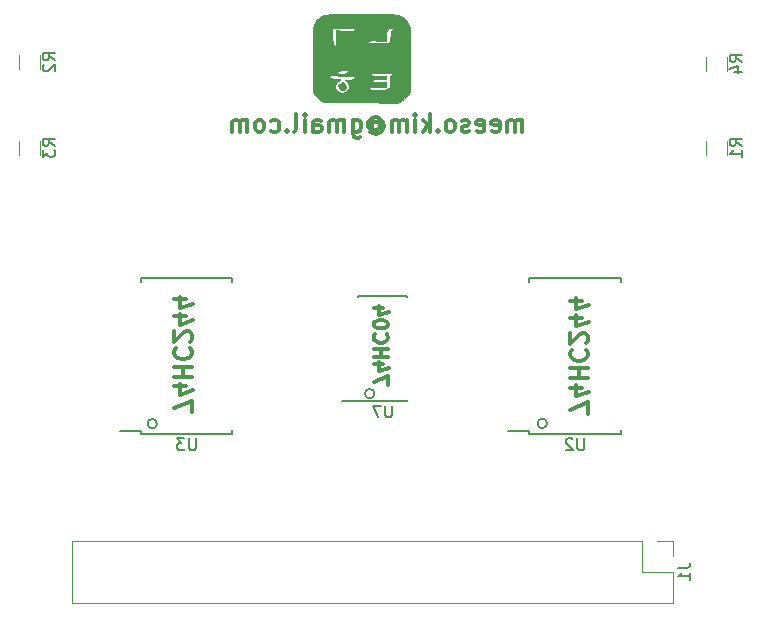
<source format=gbr>
G04 #@! TF.FileFunction,Legend,Bot*
%FSLAX46Y46*%
G04 Gerber Fmt 4.6, Leading zero omitted, Abs format (unit mm)*
G04 Created by KiCad (PCBNEW 4.0.7) date 11/27/18 00:48:43*
%MOMM*%
%LPD*%
G01*
G04 APERTURE LIST*
%ADD10C,0.100000*%
%ADD11C,0.200000*%
%ADD12C,0.300000*%
%ADD13C,0.120000*%
%ADD14C,0.150000*%
%ADD15C,0.010000*%
G04 APERTURE END LIST*
D10*
D11*
X107081609Y-101600000D02*
G75*
G03X107081609Y-101600000I-401609J0D01*
G01*
X125496609Y-99060000D02*
G75*
G03X125496609Y-99060000I-401609J0D01*
G01*
X140101609Y-101579391D02*
G75*
G03X140101609Y-101579391I-401609J0D01*
G01*
D12*
X126641143Y-98338856D02*
X126641143Y-97538856D01*
X125441143Y-98053142D01*
X126241143Y-96567428D02*
X125441143Y-96567428D01*
X126698286Y-96853142D02*
X125841143Y-97138857D01*
X125841143Y-96395999D01*
X125441143Y-95938857D02*
X126641143Y-95938857D01*
X126069714Y-95938857D02*
X126069714Y-95253142D01*
X125441143Y-95253142D02*
X126641143Y-95253142D01*
X125555429Y-93995999D02*
X125498286Y-94053142D01*
X125441143Y-94224571D01*
X125441143Y-94338857D01*
X125498286Y-94510285D01*
X125612571Y-94624571D01*
X125726857Y-94681714D01*
X125955429Y-94738857D01*
X126126857Y-94738857D01*
X126355429Y-94681714D01*
X126469714Y-94624571D01*
X126584000Y-94510285D01*
X126641143Y-94338857D01*
X126641143Y-94224571D01*
X126584000Y-94053142D01*
X126526857Y-93995999D01*
X126641143Y-93253142D02*
X126641143Y-93138857D01*
X126584000Y-93024571D01*
X126526857Y-92967428D01*
X126412571Y-92910285D01*
X126184000Y-92853142D01*
X125898286Y-92853142D01*
X125669714Y-92910285D01*
X125555429Y-92967428D01*
X125498286Y-93024571D01*
X125441143Y-93138857D01*
X125441143Y-93253142D01*
X125498286Y-93367428D01*
X125555429Y-93424571D01*
X125669714Y-93481714D01*
X125898286Y-93538857D01*
X126184000Y-93538857D01*
X126412571Y-93481714D01*
X126526857Y-93424571D01*
X126584000Y-93367428D01*
X126641143Y-93253142D01*
X126241143Y-91824571D02*
X125441143Y-91824571D01*
X126698286Y-92110285D02*
X125841143Y-92396000D01*
X125841143Y-91653142D01*
X138015714Y-76878571D02*
X138015714Y-75878571D01*
X138015714Y-76021429D02*
X137944286Y-75950000D01*
X137801428Y-75878571D01*
X137587143Y-75878571D01*
X137444286Y-75950000D01*
X137372857Y-76092857D01*
X137372857Y-76878571D01*
X137372857Y-76092857D02*
X137301428Y-75950000D01*
X137158571Y-75878571D01*
X136944286Y-75878571D01*
X136801428Y-75950000D01*
X136730000Y-76092857D01*
X136730000Y-76878571D01*
X135444286Y-76807143D02*
X135587143Y-76878571D01*
X135872857Y-76878571D01*
X136015714Y-76807143D01*
X136087143Y-76664286D01*
X136087143Y-76092857D01*
X136015714Y-75950000D01*
X135872857Y-75878571D01*
X135587143Y-75878571D01*
X135444286Y-75950000D01*
X135372857Y-76092857D01*
X135372857Y-76235714D01*
X136087143Y-76378571D01*
X134158572Y-76807143D02*
X134301429Y-76878571D01*
X134587143Y-76878571D01*
X134730000Y-76807143D01*
X134801429Y-76664286D01*
X134801429Y-76092857D01*
X134730000Y-75950000D01*
X134587143Y-75878571D01*
X134301429Y-75878571D01*
X134158572Y-75950000D01*
X134087143Y-76092857D01*
X134087143Y-76235714D01*
X134801429Y-76378571D01*
X133515715Y-76807143D02*
X133372858Y-76878571D01*
X133087143Y-76878571D01*
X132944286Y-76807143D01*
X132872858Y-76664286D01*
X132872858Y-76592857D01*
X132944286Y-76450000D01*
X133087143Y-76378571D01*
X133301429Y-76378571D01*
X133444286Y-76307143D01*
X133515715Y-76164286D01*
X133515715Y-76092857D01*
X133444286Y-75950000D01*
X133301429Y-75878571D01*
X133087143Y-75878571D01*
X132944286Y-75950000D01*
X132015714Y-76878571D02*
X132158572Y-76807143D01*
X132230000Y-76735714D01*
X132301429Y-76592857D01*
X132301429Y-76164286D01*
X132230000Y-76021429D01*
X132158572Y-75950000D01*
X132015714Y-75878571D01*
X131801429Y-75878571D01*
X131658572Y-75950000D01*
X131587143Y-76021429D01*
X131515714Y-76164286D01*
X131515714Y-76592857D01*
X131587143Y-76735714D01*
X131658572Y-76807143D01*
X131801429Y-76878571D01*
X132015714Y-76878571D01*
X130872857Y-76735714D02*
X130801429Y-76807143D01*
X130872857Y-76878571D01*
X130944286Y-76807143D01*
X130872857Y-76735714D01*
X130872857Y-76878571D01*
X130158571Y-76878571D02*
X130158571Y-75378571D01*
X130015714Y-76307143D02*
X129587143Y-76878571D01*
X129587143Y-75878571D02*
X130158571Y-76450000D01*
X128944285Y-76878571D02*
X128944285Y-75878571D01*
X128944285Y-75378571D02*
X129015714Y-75450000D01*
X128944285Y-75521429D01*
X128872857Y-75450000D01*
X128944285Y-75378571D01*
X128944285Y-75521429D01*
X128229999Y-76878571D02*
X128229999Y-75878571D01*
X128229999Y-76021429D02*
X128158571Y-75950000D01*
X128015713Y-75878571D01*
X127801428Y-75878571D01*
X127658571Y-75950000D01*
X127587142Y-76092857D01*
X127587142Y-76878571D01*
X127587142Y-76092857D02*
X127515713Y-75950000D01*
X127372856Y-75878571D01*
X127158571Y-75878571D01*
X127015713Y-75950000D01*
X126944285Y-76092857D01*
X126944285Y-76878571D01*
X125301428Y-76164286D02*
X125372856Y-76092857D01*
X125515713Y-76021429D01*
X125658571Y-76021429D01*
X125801428Y-76092857D01*
X125872856Y-76164286D01*
X125944285Y-76307143D01*
X125944285Y-76450000D01*
X125872856Y-76592857D01*
X125801428Y-76664286D01*
X125658571Y-76735714D01*
X125515713Y-76735714D01*
X125372856Y-76664286D01*
X125301428Y-76592857D01*
X125301428Y-76021429D02*
X125301428Y-76592857D01*
X125229999Y-76664286D01*
X125158571Y-76664286D01*
X125015713Y-76592857D01*
X124944285Y-76450000D01*
X124944285Y-76092857D01*
X125087142Y-75878571D01*
X125301428Y-75735714D01*
X125587142Y-75664286D01*
X125872856Y-75735714D01*
X126087142Y-75878571D01*
X126229999Y-76092857D01*
X126301428Y-76378571D01*
X126229999Y-76664286D01*
X126087142Y-76878571D01*
X125872856Y-77021429D01*
X125587142Y-77092857D01*
X125301428Y-77021429D01*
X125087142Y-76878571D01*
X123658571Y-75878571D02*
X123658571Y-77092857D01*
X123730000Y-77235714D01*
X123801428Y-77307143D01*
X123944285Y-77378571D01*
X124158571Y-77378571D01*
X124301428Y-77307143D01*
X123658571Y-76807143D02*
X123801428Y-76878571D01*
X124087142Y-76878571D01*
X124230000Y-76807143D01*
X124301428Y-76735714D01*
X124372857Y-76592857D01*
X124372857Y-76164286D01*
X124301428Y-76021429D01*
X124230000Y-75950000D01*
X124087142Y-75878571D01*
X123801428Y-75878571D01*
X123658571Y-75950000D01*
X122944285Y-76878571D02*
X122944285Y-75878571D01*
X122944285Y-76021429D02*
X122872857Y-75950000D01*
X122729999Y-75878571D01*
X122515714Y-75878571D01*
X122372857Y-75950000D01*
X122301428Y-76092857D01*
X122301428Y-76878571D01*
X122301428Y-76092857D02*
X122229999Y-75950000D01*
X122087142Y-75878571D01*
X121872857Y-75878571D01*
X121729999Y-75950000D01*
X121658571Y-76092857D01*
X121658571Y-76878571D01*
X120301428Y-76878571D02*
X120301428Y-76092857D01*
X120372857Y-75950000D01*
X120515714Y-75878571D01*
X120801428Y-75878571D01*
X120944285Y-75950000D01*
X120301428Y-76807143D02*
X120444285Y-76878571D01*
X120801428Y-76878571D01*
X120944285Y-76807143D01*
X121015714Y-76664286D01*
X121015714Y-76521429D01*
X120944285Y-76378571D01*
X120801428Y-76307143D01*
X120444285Y-76307143D01*
X120301428Y-76235714D01*
X119587142Y-76878571D02*
X119587142Y-75878571D01*
X119587142Y-75378571D02*
X119658571Y-75450000D01*
X119587142Y-75521429D01*
X119515714Y-75450000D01*
X119587142Y-75378571D01*
X119587142Y-75521429D01*
X118658570Y-76878571D02*
X118801428Y-76807143D01*
X118872856Y-76664286D01*
X118872856Y-75378571D01*
X118087142Y-76735714D02*
X118015714Y-76807143D01*
X118087142Y-76878571D01*
X118158571Y-76807143D01*
X118087142Y-76735714D01*
X118087142Y-76878571D01*
X116729999Y-76807143D02*
X116872856Y-76878571D01*
X117158570Y-76878571D01*
X117301428Y-76807143D01*
X117372856Y-76735714D01*
X117444285Y-76592857D01*
X117444285Y-76164286D01*
X117372856Y-76021429D01*
X117301428Y-75950000D01*
X117158570Y-75878571D01*
X116872856Y-75878571D01*
X116729999Y-75950000D01*
X115872856Y-76878571D02*
X116015714Y-76807143D01*
X116087142Y-76735714D01*
X116158571Y-76592857D01*
X116158571Y-76164286D01*
X116087142Y-76021429D01*
X116015714Y-75950000D01*
X115872856Y-75878571D01*
X115658571Y-75878571D01*
X115515714Y-75950000D01*
X115444285Y-76021429D01*
X115372856Y-76164286D01*
X115372856Y-76592857D01*
X115444285Y-76735714D01*
X115515714Y-76807143D01*
X115658571Y-76878571D01*
X115872856Y-76878571D01*
X114729999Y-76878571D02*
X114729999Y-75878571D01*
X114729999Y-76021429D02*
X114658571Y-75950000D01*
X114515713Y-75878571D01*
X114301428Y-75878571D01*
X114158571Y-75950000D01*
X114087142Y-76092857D01*
X114087142Y-76878571D01*
X114087142Y-76092857D02*
X114015713Y-75950000D01*
X113872856Y-75878571D01*
X113658571Y-75878571D01*
X113515713Y-75950000D01*
X113444285Y-76092857D01*
X113444285Y-76878571D01*
X110041429Y-100650856D02*
X110041429Y-99650856D01*
X108541429Y-100293713D01*
X109541429Y-98436571D02*
X108541429Y-98436571D01*
X110112857Y-98793714D02*
X109041429Y-99150857D01*
X109041429Y-98222285D01*
X108541429Y-97650857D02*
X110041429Y-97650857D01*
X109327143Y-97650857D02*
X109327143Y-96793714D01*
X108541429Y-96793714D02*
X110041429Y-96793714D01*
X108684286Y-95222285D02*
X108612857Y-95293714D01*
X108541429Y-95508000D01*
X108541429Y-95650857D01*
X108612857Y-95865142D01*
X108755714Y-96008000D01*
X108898571Y-96079428D01*
X109184286Y-96150857D01*
X109398571Y-96150857D01*
X109684286Y-96079428D01*
X109827143Y-96008000D01*
X109970000Y-95865142D01*
X110041429Y-95650857D01*
X110041429Y-95508000D01*
X109970000Y-95293714D01*
X109898571Y-95222285D01*
X109898571Y-94650857D02*
X109970000Y-94579428D01*
X110041429Y-94436571D01*
X110041429Y-94079428D01*
X109970000Y-93936571D01*
X109898571Y-93865142D01*
X109755714Y-93793714D01*
X109612857Y-93793714D01*
X109398571Y-93865142D01*
X108541429Y-94722285D01*
X108541429Y-93793714D01*
X109541429Y-92508000D02*
X108541429Y-92508000D01*
X110112857Y-92865143D02*
X109041429Y-93222286D01*
X109041429Y-92293714D01*
X109541429Y-91079429D02*
X108541429Y-91079429D01*
X110112857Y-91436572D02*
X109041429Y-91793715D01*
X109041429Y-90865143D01*
X143569429Y-100777856D02*
X143569429Y-99777856D01*
X142069429Y-100420713D01*
X143069429Y-98563571D02*
X142069429Y-98563571D01*
X143640857Y-98920714D02*
X142569429Y-99277857D01*
X142569429Y-98349285D01*
X142069429Y-97777857D02*
X143569429Y-97777857D01*
X142855143Y-97777857D02*
X142855143Y-96920714D01*
X142069429Y-96920714D02*
X143569429Y-96920714D01*
X142212286Y-95349285D02*
X142140857Y-95420714D01*
X142069429Y-95635000D01*
X142069429Y-95777857D01*
X142140857Y-95992142D01*
X142283714Y-96135000D01*
X142426571Y-96206428D01*
X142712286Y-96277857D01*
X142926571Y-96277857D01*
X143212286Y-96206428D01*
X143355143Y-96135000D01*
X143498000Y-95992142D01*
X143569429Y-95777857D01*
X143569429Y-95635000D01*
X143498000Y-95420714D01*
X143426571Y-95349285D01*
X143426571Y-94777857D02*
X143498000Y-94706428D01*
X143569429Y-94563571D01*
X143569429Y-94206428D01*
X143498000Y-94063571D01*
X143426571Y-93992142D01*
X143283714Y-93920714D01*
X143140857Y-93920714D01*
X142926571Y-93992142D01*
X142069429Y-94849285D01*
X142069429Y-93920714D01*
X143069429Y-92635000D02*
X142069429Y-92635000D01*
X143640857Y-92992143D02*
X142569429Y-93349286D01*
X142569429Y-92420714D01*
X143069429Y-91206429D02*
X142069429Y-91206429D01*
X143640857Y-91563572D02*
X142569429Y-91920715D01*
X142569429Y-90992143D01*
D13*
X148184000Y-111548000D02*
X99864000Y-111548000D01*
X99864000Y-111548000D02*
X99864000Y-116748000D01*
X99864000Y-116748000D02*
X150784000Y-116748000D01*
X150784000Y-116748000D02*
X150784000Y-114148000D01*
X150784000Y-114148000D02*
X148184000Y-114148000D01*
X148184000Y-114148000D02*
X148184000Y-111548000D01*
X149454000Y-111548000D02*
X150784000Y-111548000D01*
X150784000Y-111548000D02*
X150784000Y-112818000D01*
D14*
X124130000Y-99700000D02*
X124130000Y-99675000D01*
X128280000Y-99700000D02*
X128280000Y-99585000D01*
X128280000Y-90800000D02*
X128280000Y-90915000D01*
X124130000Y-90800000D02*
X124130000Y-90915000D01*
X124130000Y-99700000D02*
X128280000Y-99700000D01*
X124130000Y-90800000D02*
X128280000Y-90800000D01*
X124130000Y-99675000D02*
X122755000Y-99675000D01*
D13*
X153552000Y-77632000D02*
X153552000Y-78832000D01*
X155312000Y-78832000D02*
X155312000Y-77632000D01*
X95386000Y-70393000D02*
X95386000Y-71593000D01*
X97146000Y-71593000D02*
X97146000Y-70393000D01*
X95386000Y-77632000D02*
X95386000Y-78832000D01*
X97146000Y-78832000D02*
X97146000Y-77632000D01*
X153552000Y-70520000D02*
X153552000Y-71720000D01*
X155312000Y-71720000D02*
X155312000Y-70520000D01*
D14*
X138620000Y-102460000D02*
X138620000Y-102210000D01*
X146370000Y-102460000D02*
X146370000Y-102125000D01*
X146370000Y-89310000D02*
X146370000Y-89645000D01*
X138620000Y-89310000D02*
X138620000Y-89645000D01*
X138620000Y-102460000D02*
X146370000Y-102460000D01*
X138620000Y-89310000D02*
X146370000Y-89310000D01*
X138620000Y-102210000D02*
X136820000Y-102210000D01*
X105725000Y-102460000D02*
X105725000Y-102210000D01*
X113475000Y-102460000D02*
X113475000Y-102125000D01*
X113475000Y-89310000D02*
X113475000Y-89645000D01*
X105725000Y-89310000D02*
X105725000Y-89645000D01*
X105725000Y-102460000D02*
X113475000Y-102460000D01*
X105725000Y-89310000D02*
X113475000Y-89310000D01*
X105725000Y-102210000D02*
X103925000Y-102210000D01*
D15*
G36*
X123666190Y-66931863D02*
X123051422Y-66932992D01*
X122540740Y-66936537D01*
X122122687Y-66943860D01*
X121785807Y-66956322D01*
X121518643Y-66975284D01*
X121309737Y-67002106D01*
X121147634Y-67038150D01*
X121020876Y-67084777D01*
X120918006Y-67143349D01*
X120827568Y-67215225D01*
X120738106Y-67301769D01*
X120666939Y-67374876D01*
X120573444Y-67473284D01*
X120495674Y-67567278D01*
X120432268Y-67668992D01*
X120381866Y-67790563D01*
X120343107Y-67944125D01*
X120314630Y-68141815D01*
X120295074Y-68395767D01*
X120283079Y-68718117D01*
X120277284Y-69121001D01*
X120276328Y-69616553D01*
X120278850Y-70216910D01*
X120282604Y-70802500D01*
X120300750Y-73501250D01*
X120480453Y-73766047D01*
X120651358Y-73971350D01*
X120860301Y-74162951D01*
X120924953Y-74210547D01*
X121189750Y-74390250D01*
X124306599Y-74407836D01*
X127423447Y-74425422D01*
X127766368Y-74246278D01*
X128046847Y-74062580D01*
X128254775Y-73828201D01*
X128300770Y-73757521D01*
X128492250Y-73447909D01*
X128503225Y-71960551D01*
X127056711Y-71960551D01*
X127029951Y-72012969D01*
X126936500Y-72072500D01*
X126871777Y-72122829D01*
X126833419Y-72207690D01*
X126814868Y-72356490D01*
X126809560Y-72598632D01*
X126809500Y-72641698D01*
X126805694Y-72909946D01*
X126781698Y-73099177D01*
X126718649Y-73223176D01*
X126597685Y-73295726D01*
X126399940Y-73330613D01*
X126106551Y-73341620D01*
X125850472Y-73342500D01*
X125518667Y-73339828D01*
X125293248Y-73330131D01*
X125153680Y-73310884D01*
X125079431Y-73279563D01*
X125053413Y-73244511D01*
X125040860Y-73138265D01*
X125055069Y-73107264D01*
X125130849Y-73092576D01*
X125306003Y-73082960D01*
X125552971Y-73079373D01*
X125793164Y-73081667D01*
X126492000Y-73095328D01*
X126492000Y-72712265D01*
X125905351Y-72694007D01*
X125624099Y-72681993D01*
X125446049Y-72663787D01*
X125347411Y-72634325D01*
X125304391Y-72588543D01*
X125297445Y-72564625D01*
X125299689Y-72512998D01*
X125345096Y-72480277D01*
X125455829Y-72462263D01*
X125654050Y-72454758D01*
X125884094Y-72453500D01*
X126164848Y-72452419D01*
X126342300Y-72445050D01*
X126440147Y-72425205D01*
X126482088Y-72386696D01*
X126491819Y-72323334D01*
X126492000Y-72294750D01*
X126491611Y-72287489D01*
X123867588Y-72287489D01*
X123770390Y-72395570D01*
X123651239Y-72462351D01*
X123488659Y-72486818D01*
X123268161Y-72478187D01*
X123070697Y-72465449D01*
X122982027Y-72471339D01*
X122984822Y-72499598D01*
X123025678Y-72530525D01*
X123253651Y-72731988D01*
X123372964Y-72947403D01*
X123379617Y-73160609D01*
X123269610Y-73355444D01*
X123237625Y-73386848D01*
X123010140Y-73544406D01*
X122779358Y-73589003D01*
X122511028Y-73526083D01*
X122468650Y-73509060D01*
X122263277Y-73367992D01*
X122157589Y-73177261D01*
X122151327Y-72965567D01*
X122244230Y-72761606D01*
X122436041Y-72594077D01*
X122477111Y-72571960D01*
X122596781Y-72496028D01*
X122603287Y-72441908D01*
X122492916Y-72407768D01*
X122261959Y-72391772D01*
X122109055Y-72390000D01*
X121847350Y-72372623D01*
X121707079Y-72320643D01*
X121688587Y-72234286D01*
X121747186Y-72154600D01*
X121805183Y-72112876D01*
X121891756Y-72091627D01*
X122032205Y-72090303D01*
X122251833Y-72108359D01*
X122515037Y-72137985D01*
X122833518Y-72168436D01*
X123142402Y-72185429D01*
X123396943Y-72187066D01*
X123504069Y-72179993D01*
X123732436Y-72171547D01*
X123855628Y-72209014D01*
X123867588Y-72287489D01*
X126491611Y-72287489D01*
X126488136Y-72222707D01*
X126461085Y-72176619D01*
X126387659Y-72150686D01*
X126244673Y-72139114D01*
X126008940Y-72136105D01*
X125857000Y-72136000D01*
X125567988Y-72134256D01*
X125382974Y-72125962D01*
X125278971Y-72106520D01*
X125232993Y-72071332D01*
X125222052Y-72015801D01*
X125222000Y-72009000D01*
X125228413Y-71959483D01*
X125260439Y-71924838D01*
X125337261Y-71902418D01*
X125478064Y-71889576D01*
X125702030Y-71883667D01*
X126028344Y-71882046D01*
X126142750Y-71882000D01*
X126540855Y-71885921D01*
X126820396Y-71899003D01*
X126989604Y-71923221D01*
X127056711Y-71960551D01*
X128503225Y-71960551D01*
X128504979Y-71722741D01*
X123254537Y-71722741D01*
X123203641Y-71827358D01*
X123112371Y-71910149D01*
X122938268Y-71980355D01*
X122718100Y-72006373D01*
X122515186Y-71984392D01*
X122434622Y-71950936D01*
X122361211Y-71862094D01*
X122395376Y-71776797D01*
X122518574Y-71713521D01*
X122695883Y-71690632D01*
X122903593Y-71681117D01*
X123079439Y-71658586D01*
X123110625Y-71651476D01*
X123223463Y-71653841D01*
X123254537Y-71722741D01*
X128504979Y-71722741D01*
X128511733Y-70807579D01*
X128515782Y-70039761D01*
X128515626Y-69395351D01*
X128511204Y-68870822D01*
X128502453Y-68462650D01*
X128489309Y-68167309D01*
X128486964Y-68142517D01*
X127122275Y-68142517D01*
X127072452Y-68217774D01*
X127007260Y-68258615D01*
X126938993Y-68321757D01*
X126896175Y-68441058D01*
X126870360Y-68645883D01*
X126862749Y-68761060D01*
X126845837Y-69002505D01*
X126814042Y-69174569D01*
X126748300Y-69289003D01*
X126629550Y-69357561D01*
X126438729Y-69391995D01*
X126156775Y-69404057D01*
X125817475Y-69405500D01*
X125474461Y-69404359D01*
X125238546Y-69399033D01*
X125089839Y-69386667D01*
X125008446Y-69364403D01*
X124974474Y-69329387D01*
X124968000Y-69283545D01*
X125022892Y-69179655D01*
X125162458Y-69119383D01*
X125349036Y-69112246D01*
X125500853Y-69148877D01*
X125657350Y-69184196D01*
X125885357Y-69208187D01*
X126083384Y-69215000D01*
X126492000Y-69215000D01*
X126492000Y-68766325D01*
X126501882Y-68457170D01*
X126539026Y-68253621D01*
X126614682Y-68135297D01*
X126616914Y-68134345D01*
X123888500Y-68134345D01*
X123868482Y-68172776D01*
X123776952Y-68258961D01*
X123766943Y-68267363D01*
X123688741Y-68323476D01*
X123599181Y-68357560D01*
X123470635Y-68372376D01*
X123275475Y-68370686D01*
X122986072Y-68355252D01*
X122925568Y-68351463D01*
X122237500Y-68307924D01*
X122237500Y-68951962D01*
X122234525Y-69249696D01*
X122223490Y-69441555D01*
X122201234Y-69548566D01*
X122164596Y-69591759D01*
X122140679Y-69596000D01*
X122049055Y-69542827D01*
X121981929Y-69433116D01*
X121954162Y-69297551D01*
X121932835Y-69074399D01*
X121921208Y-68803031D01*
X121920000Y-68684911D01*
X121920000Y-68099590D01*
X122888375Y-68114278D01*
X123225892Y-68119702D01*
X123516448Y-68124950D01*
X123737315Y-68129565D01*
X123865764Y-68133091D01*
X123888500Y-68134345D01*
X126616914Y-68134345D01*
X126740098Y-68081817D01*
X126875235Y-68072000D01*
X127054509Y-68091061D01*
X127122275Y-68142517D01*
X128486964Y-68142517D01*
X128471709Y-67981273D01*
X128460376Y-67925177D01*
X128335126Y-67664108D01*
X128128040Y-67399938D01*
X127876324Y-67173813D01*
X127666750Y-67047469D01*
X127600043Y-67020567D01*
X127520850Y-66998166D01*
X127417640Y-66979858D01*
X127278884Y-66965235D01*
X127093049Y-66953889D01*
X126848607Y-66945412D01*
X126534026Y-66939396D01*
X126137775Y-66935434D01*
X125648324Y-66933118D01*
X125054143Y-66932039D01*
X124396500Y-66931789D01*
X123666190Y-66931863D01*
X123666190Y-66931863D01*
G37*
X123666190Y-66931863D02*
X123051422Y-66932992D01*
X122540740Y-66936537D01*
X122122687Y-66943860D01*
X121785807Y-66956322D01*
X121518643Y-66975284D01*
X121309737Y-67002106D01*
X121147634Y-67038150D01*
X121020876Y-67084777D01*
X120918006Y-67143349D01*
X120827568Y-67215225D01*
X120738106Y-67301769D01*
X120666939Y-67374876D01*
X120573444Y-67473284D01*
X120495674Y-67567278D01*
X120432268Y-67668992D01*
X120381866Y-67790563D01*
X120343107Y-67944125D01*
X120314630Y-68141815D01*
X120295074Y-68395767D01*
X120283079Y-68718117D01*
X120277284Y-69121001D01*
X120276328Y-69616553D01*
X120278850Y-70216910D01*
X120282604Y-70802500D01*
X120300750Y-73501250D01*
X120480453Y-73766047D01*
X120651358Y-73971350D01*
X120860301Y-74162951D01*
X120924953Y-74210547D01*
X121189750Y-74390250D01*
X124306599Y-74407836D01*
X127423447Y-74425422D01*
X127766368Y-74246278D01*
X128046847Y-74062580D01*
X128254775Y-73828201D01*
X128300770Y-73757521D01*
X128492250Y-73447909D01*
X128503225Y-71960551D01*
X127056711Y-71960551D01*
X127029951Y-72012969D01*
X126936500Y-72072500D01*
X126871777Y-72122829D01*
X126833419Y-72207690D01*
X126814868Y-72356490D01*
X126809560Y-72598632D01*
X126809500Y-72641698D01*
X126805694Y-72909946D01*
X126781698Y-73099177D01*
X126718649Y-73223176D01*
X126597685Y-73295726D01*
X126399940Y-73330613D01*
X126106551Y-73341620D01*
X125850472Y-73342500D01*
X125518667Y-73339828D01*
X125293248Y-73330131D01*
X125153680Y-73310884D01*
X125079431Y-73279563D01*
X125053413Y-73244511D01*
X125040860Y-73138265D01*
X125055069Y-73107264D01*
X125130849Y-73092576D01*
X125306003Y-73082960D01*
X125552971Y-73079373D01*
X125793164Y-73081667D01*
X126492000Y-73095328D01*
X126492000Y-72712265D01*
X125905351Y-72694007D01*
X125624099Y-72681993D01*
X125446049Y-72663787D01*
X125347411Y-72634325D01*
X125304391Y-72588543D01*
X125297445Y-72564625D01*
X125299689Y-72512998D01*
X125345096Y-72480277D01*
X125455829Y-72462263D01*
X125654050Y-72454758D01*
X125884094Y-72453500D01*
X126164848Y-72452419D01*
X126342300Y-72445050D01*
X126440147Y-72425205D01*
X126482088Y-72386696D01*
X126491819Y-72323334D01*
X126492000Y-72294750D01*
X126491611Y-72287489D01*
X123867588Y-72287489D01*
X123770390Y-72395570D01*
X123651239Y-72462351D01*
X123488659Y-72486818D01*
X123268161Y-72478187D01*
X123070697Y-72465449D01*
X122982027Y-72471339D01*
X122984822Y-72499598D01*
X123025678Y-72530525D01*
X123253651Y-72731988D01*
X123372964Y-72947403D01*
X123379617Y-73160609D01*
X123269610Y-73355444D01*
X123237625Y-73386848D01*
X123010140Y-73544406D01*
X122779358Y-73589003D01*
X122511028Y-73526083D01*
X122468650Y-73509060D01*
X122263277Y-73367992D01*
X122157589Y-73177261D01*
X122151327Y-72965567D01*
X122244230Y-72761606D01*
X122436041Y-72594077D01*
X122477111Y-72571960D01*
X122596781Y-72496028D01*
X122603287Y-72441908D01*
X122492916Y-72407768D01*
X122261959Y-72391772D01*
X122109055Y-72390000D01*
X121847350Y-72372623D01*
X121707079Y-72320643D01*
X121688587Y-72234286D01*
X121747186Y-72154600D01*
X121805183Y-72112876D01*
X121891756Y-72091627D01*
X122032205Y-72090303D01*
X122251833Y-72108359D01*
X122515037Y-72137985D01*
X122833518Y-72168436D01*
X123142402Y-72185429D01*
X123396943Y-72187066D01*
X123504069Y-72179993D01*
X123732436Y-72171547D01*
X123855628Y-72209014D01*
X123867588Y-72287489D01*
X126491611Y-72287489D01*
X126488136Y-72222707D01*
X126461085Y-72176619D01*
X126387659Y-72150686D01*
X126244673Y-72139114D01*
X126008940Y-72136105D01*
X125857000Y-72136000D01*
X125567988Y-72134256D01*
X125382974Y-72125962D01*
X125278971Y-72106520D01*
X125232993Y-72071332D01*
X125222052Y-72015801D01*
X125222000Y-72009000D01*
X125228413Y-71959483D01*
X125260439Y-71924838D01*
X125337261Y-71902418D01*
X125478064Y-71889576D01*
X125702030Y-71883667D01*
X126028344Y-71882046D01*
X126142750Y-71882000D01*
X126540855Y-71885921D01*
X126820396Y-71899003D01*
X126989604Y-71923221D01*
X127056711Y-71960551D01*
X128503225Y-71960551D01*
X128504979Y-71722741D01*
X123254537Y-71722741D01*
X123203641Y-71827358D01*
X123112371Y-71910149D01*
X122938268Y-71980355D01*
X122718100Y-72006373D01*
X122515186Y-71984392D01*
X122434622Y-71950936D01*
X122361211Y-71862094D01*
X122395376Y-71776797D01*
X122518574Y-71713521D01*
X122695883Y-71690632D01*
X122903593Y-71681117D01*
X123079439Y-71658586D01*
X123110625Y-71651476D01*
X123223463Y-71653841D01*
X123254537Y-71722741D01*
X128504979Y-71722741D01*
X128511733Y-70807579D01*
X128515782Y-70039761D01*
X128515626Y-69395351D01*
X128511204Y-68870822D01*
X128502453Y-68462650D01*
X128489309Y-68167309D01*
X128486964Y-68142517D01*
X127122275Y-68142517D01*
X127072452Y-68217774D01*
X127007260Y-68258615D01*
X126938993Y-68321757D01*
X126896175Y-68441058D01*
X126870360Y-68645883D01*
X126862749Y-68761060D01*
X126845837Y-69002505D01*
X126814042Y-69174569D01*
X126748300Y-69289003D01*
X126629550Y-69357561D01*
X126438729Y-69391995D01*
X126156775Y-69404057D01*
X125817475Y-69405500D01*
X125474461Y-69404359D01*
X125238546Y-69399033D01*
X125089839Y-69386667D01*
X125008446Y-69364403D01*
X124974474Y-69329387D01*
X124968000Y-69283545D01*
X125022892Y-69179655D01*
X125162458Y-69119383D01*
X125349036Y-69112246D01*
X125500853Y-69148877D01*
X125657350Y-69184196D01*
X125885357Y-69208187D01*
X126083384Y-69215000D01*
X126492000Y-69215000D01*
X126492000Y-68766325D01*
X126501882Y-68457170D01*
X126539026Y-68253621D01*
X126614682Y-68135297D01*
X126616914Y-68134345D01*
X123888500Y-68134345D01*
X123868482Y-68172776D01*
X123776952Y-68258961D01*
X123766943Y-68267363D01*
X123688741Y-68323476D01*
X123599181Y-68357560D01*
X123470635Y-68372376D01*
X123275475Y-68370686D01*
X122986072Y-68355252D01*
X122925568Y-68351463D01*
X122237500Y-68307924D01*
X122237500Y-68951962D01*
X122234525Y-69249696D01*
X122223490Y-69441555D01*
X122201234Y-69548566D01*
X122164596Y-69591759D01*
X122140679Y-69596000D01*
X122049055Y-69542827D01*
X121981929Y-69433116D01*
X121954162Y-69297551D01*
X121932835Y-69074399D01*
X121921208Y-68803031D01*
X121920000Y-68684911D01*
X121920000Y-68099590D01*
X122888375Y-68114278D01*
X123225892Y-68119702D01*
X123516448Y-68124950D01*
X123737315Y-68129565D01*
X123865764Y-68133091D01*
X123888500Y-68134345D01*
X126616914Y-68134345D01*
X126740098Y-68081817D01*
X126875235Y-68072000D01*
X127054509Y-68091061D01*
X127122275Y-68142517D01*
X128486964Y-68142517D01*
X128471709Y-67981273D01*
X128460376Y-67925177D01*
X128335126Y-67664108D01*
X128128040Y-67399938D01*
X127876324Y-67173813D01*
X127666750Y-67047469D01*
X127600043Y-67020567D01*
X127520850Y-66998166D01*
X127417640Y-66979858D01*
X127278884Y-66965235D01*
X127093049Y-66953889D01*
X126848607Y-66945412D01*
X126534026Y-66939396D01*
X126137775Y-66935434D01*
X125648324Y-66933118D01*
X125054143Y-66932039D01*
X124396500Y-66931789D01*
X123666190Y-66931863D01*
G36*
X122668136Y-72749393D02*
X122544085Y-72846142D01*
X122449877Y-72954345D01*
X122428000Y-73010870D01*
X122461065Y-73094847D01*
X122526851Y-73201370D01*
X122667555Y-73313639D01*
X122838808Y-73337303D01*
X122986800Y-73266300D01*
X123055502Y-73122056D01*
X123040177Y-72952107D01*
X122958007Y-72801298D01*
X122826171Y-72714475D01*
X122772715Y-72707500D01*
X122668136Y-72749393D01*
X122668136Y-72749393D01*
G37*
X122668136Y-72749393D02*
X122544085Y-72846142D01*
X122449877Y-72954345D01*
X122428000Y-73010870D01*
X122461065Y-73094847D01*
X122526851Y-73201370D01*
X122667555Y-73313639D01*
X122838808Y-73337303D01*
X122986800Y-73266300D01*
X123055502Y-73122056D01*
X123040177Y-72952107D01*
X122958007Y-72801298D01*
X122826171Y-72714475D01*
X122772715Y-72707500D01*
X122668136Y-72749393D01*
D14*
X151236381Y-113814667D02*
X151950667Y-113814667D01*
X152093524Y-113767047D01*
X152188762Y-113671809D01*
X152236381Y-113528952D01*
X152236381Y-113433714D01*
X152236381Y-114814667D02*
X152236381Y-114243238D01*
X152236381Y-114528952D02*
X151236381Y-114528952D01*
X151379238Y-114433714D01*
X151474476Y-114338476D01*
X151522095Y-114243238D01*
X126966905Y-100077381D02*
X126966905Y-100886905D01*
X126919286Y-100982143D01*
X126871667Y-101029762D01*
X126776429Y-101077381D01*
X126585952Y-101077381D01*
X126490714Y-101029762D01*
X126443095Y-100982143D01*
X126395476Y-100886905D01*
X126395476Y-100077381D01*
X126014524Y-100077381D02*
X125347857Y-100077381D01*
X125776429Y-101077381D01*
X156584381Y-78065334D02*
X156108190Y-77732000D01*
X156584381Y-77493905D02*
X155584381Y-77493905D01*
X155584381Y-77874858D01*
X155632000Y-77970096D01*
X155679619Y-78017715D01*
X155774857Y-78065334D01*
X155917714Y-78065334D01*
X156012952Y-78017715D01*
X156060571Y-77970096D01*
X156108190Y-77874858D01*
X156108190Y-77493905D01*
X156584381Y-79017715D02*
X156584381Y-78446286D01*
X156584381Y-78732000D02*
X155584381Y-78732000D01*
X155727238Y-78636762D01*
X155822476Y-78541524D01*
X155870095Y-78446286D01*
X98418381Y-70826334D02*
X97942190Y-70493000D01*
X98418381Y-70254905D02*
X97418381Y-70254905D01*
X97418381Y-70635858D01*
X97466000Y-70731096D01*
X97513619Y-70778715D01*
X97608857Y-70826334D01*
X97751714Y-70826334D01*
X97846952Y-70778715D01*
X97894571Y-70731096D01*
X97942190Y-70635858D01*
X97942190Y-70254905D01*
X97513619Y-71207286D02*
X97466000Y-71254905D01*
X97418381Y-71350143D01*
X97418381Y-71588239D01*
X97466000Y-71683477D01*
X97513619Y-71731096D01*
X97608857Y-71778715D01*
X97704095Y-71778715D01*
X97846952Y-71731096D01*
X98418381Y-71159667D01*
X98418381Y-71778715D01*
X98418381Y-78065334D02*
X97942190Y-77732000D01*
X98418381Y-77493905D02*
X97418381Y-77493905D01*
X97418381Y-77874858D01*
X97466000Y-77970096D01*
X97513619Y-78017715D01*
X97608857Y-78065334D01*
X97751714Y-78065334D01*
X97846952Y-78017715D01*
X97894571Y-77970096D01*
X97942190Y-77874858D01*
X97942190Y-77493905D01*
X97418381Y-78398667D02*
X97418381Y-79017715D01*
X97799333Y-78684381D01*
X97799333Y-78827239D01*
X97846952Y-78922477D01*
X97894571Y-78970096D01*
X97989810Y-79017715D01*
X98227905Y-79017715D01*
X98323143Y-78970096D01*
X98370762Y-78922477D01*
X98418381Y-78827239D01*
X98418381Y-78541524D01*
X98370762Y-78446286D01*
X98323143Y-78398667D01*
X156584381Y-70953334D02*
X156108190Y-70620000D01*
X156584381Y-70381905D02*
X155584381Y-70381905D01*
X155584381Y-70762858D01*
X155632000Y-70858096D01*
X155679619Y-70905715D01*
X155774857Y-70953334D01*
X155917714Y-70953334D01*
X156012952Y-70905715D01*
X156060571Y-70858096D01*
X156108190Y-70762858D01*
X156108190Y-70381905D01*
X155917714Y-71810477D02*
X156584381Y-71810477D01*
X155536762Y-71572381D02*
X156251048Y-71334286D01*
X156251048Y-71953334D01*
X143256905Y-102837381D02*
X143256905Y-103646905D01*
X143209286Y-103742143D01*
X143161667Y-103789762D01*
X143066429Y-103837381D01*
X142875952Y-103837381D01*
X142780714Y-103789762D01*
X142733095Y-103742143D01*
X142685476Y-103646905D01*
X142685476Y-102837381D01*
X142256905Y-102932619D02*
X142209286Y-102885000D01*
X142114048Y-102837381D01*
X141875952Y-102837381D01*
X141780714Y-102885000D01*
X141733095Y-102932619D01*
X141685476Y-103027857D01*
X141685476Y-103123095D01*
X141733095Y-103265952D01*
X142304524Y-103837381D01*
X141685476Y-103837381D01*
X110361905Y-102837381D02*
X110361905Y-103646905D01*
X110314286Y-103742143D01*
X110266667Y-103789762D01*
X110171429Y-103837381D01*
X109980952Y-103837381D01*
X109885714Y-103789762D01*
X109838095Y-103742143D01*
X109790476Y-103646905D01*
X109790476Y-102837381D01*
X109409524Y-102837381D02*
X108790476Y-102837381D01*
X109123810Y-103218333D01*
X108980952Y-103218333D01*
X108885714Y-103265952D01*
X108838095Y-103313571D01*
X108790476Y-103408810D01*
X108790476Y-103646905D01*
X108838095Y-103742143D01*
X108885714Y-103789762D01*
X108980952Y-103837381D01*
X109266667Y-103837381D01*
X109361905Y-103789762D01*
X109409524Y-103742143D01*
M02*

</source>
